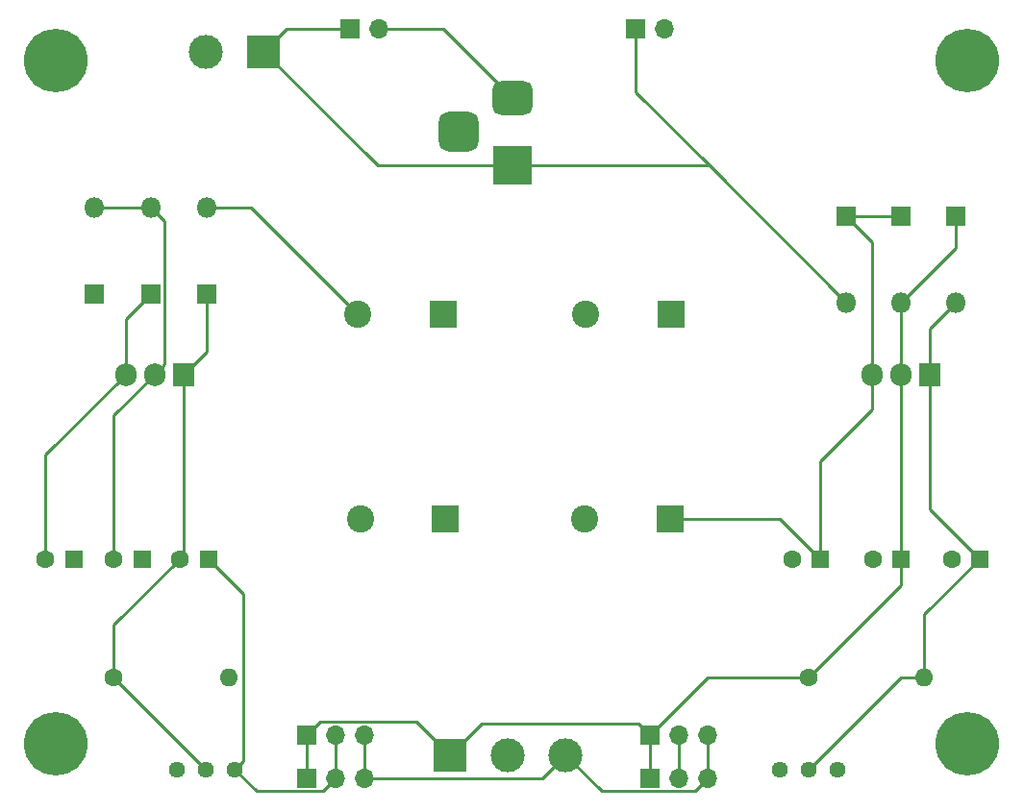
<source format=gbr>
%TF.GenerationSoftware,KiCad,Pcbnew,7.0.2*%
%TF.CreationDate,2024-01-07T18:37:44-06:00*%
%TF.ProjectId,power_supply,706f7765-725f-4737-9570-706c792e6b69,rev?*%
%TF.SameCoordinates,Original*%
%TF.FileFunction,Copper,L1,Top*%
%TF.FilePolarity,Positive*%
%FSLAX46Y46*%
G04 Gerber Fmt 4.6, Leading zero omitted, Abs format (unit mm)*
G04 Created by KiCad (PCBNEW 7.0.2) date 2024-01-07 18:37:44*
%MOMM*%
%LPD*%
G01*
G04 APERTURE LIST*
G04 Aperture macros list*
%AMRoundRect*
0 Rectangle with rounded corners*
0 $1 Rounding radius*
0 $2 $3 $4 $5 $6 $7 $8 $9 X,Y pos of 4 corners*
0 Add a 4 corners polygon primitive as box body*
4,1,4,$2,$3,$4,$5,$6,$7,$8,$9,$2,$3,0*
0 Add four circle primitives for the rounded corners*
1,1,$1+$1,$2,$3*
1,1,$1+$1,$4,$5*
1,1,$1+$1,$6,$7*
1,1,$1+$1,$8,$9*
0 Add four rect primitives between the rounded corners*
20,1,$1+$1,$2,$3,$4,$5,0*
20,1,$1+$1,$4,$5,$6,$7,0*
20,1,$1+$1,$6,$7,$8,$9,0*
20,1,$1+$1,$8,$9,$2,$3,0*%
G04 Aperture macros list end*
%TA.AperFunction,ComponentPad*%
%ADD10R,1.700000X1.700000*%
%TD*%
%TA.AperFunction,ComponentPad*%
%ADD11O,1.700000X1.700000*%
%TD*%
%TA.AperFunction,ComponentPad*%
%ADD12C,1.440000*%
%TD*%
%TA.AperFunction,ComponentPad*%
%ADD13R,1.905000X2.000000*%
%TD*%
%TA.AperFunction,ComponentPad*%
%ADD14O,1.905000X2.000000*%
%TD*%
%TA.AperFunction,ComponentPad*%
%ADD15O,1.600000X1.600000*%
%TD*%
%TA.AperFunction,ComponentPad*%
%ADD16C,1.600000*%
%TD*%
%TA.AperFunction,ComponentPad*%
%ADD17C,3.000000*%
%TD*%
%TA.AperFunction,ComponentPad*%
%ADD18R,3.000000X3.000000*%
%TD*%
%TA.AperFunction,ComponentPad*%
%ADD19RoundRect,0.875000X-0.875000X0.875000X-0.875000X-0.875000X0.875000X-0.875000X0.875000X0.875000X0*%
%TD*%
%TA.AperFunction,ComponentPad*%
%ADD20RoundRect,0.750000X-1.000000X0.750000X-1.000000X-0.750000X1.000000X-0.750000X1.000000X0.750000X0*%
%TD*%
%TA.AperFunction,ComponentPad*%
%ADD21R,3.500000X3.500000*%
%TD*%
%TA.AperFunction,ComponentPad*%
%ADD22C,5.600000*%
%TD*%
%TA.AperFunction,ComponentPad*%
%ADD23O,1.800000X1.800000*%
%TD*%
%TA.AperFunction,ComponentPad*%
%ADD24R,1.800000X1.800000*%
%TD*%
%TA.AperFunction,ComponentPad*%
%ADD25R,2.400000X2.400000*%
%TD*%
%TA.AperFunction,ComponentPad*%
%ADD26C,2.400000*%
%TD*%
%TA.AperFunction,ComponentPad*%
%ADD27R,1.600000X1.600000*%
%TD*%
%TA.AperFunction,Conductor*%
%ADD28C,0.250000*%
%TD*%
G04 APERTURE END LIST*
D10*
%TO.P,J8,1,Pin_1*%
%TO.N,POS_OUT*%
X118608784Y-127508000D03*
D11*
%TO.P,J8,2,Pin_2*%
%TO.N,GND*%
X121148784Y-127508000D03*
%TO.P,J8,3,Pin_3*%
%TO.N,NEG_OUT*%
X123688784Y-127508000D03*
%TD*%
D10*
%TO.P,J7,1,Pin_1*%
%TO.N,POS_OUT*%
X148834784Y-127508000D03*
D11*
%TO.P,J7,2,Pin_2*%
%TO.N,GND*%
X151374784Y-127508000D03*
%TO.P,J7,3,Pin_3*%
%TO.N,NEG_OUT*%
X153914784Y-127508000D03*
%TD*%
D12*
%TO.P,RV2,1,1*%
%TO.N,GND*%
X112258784Y-130556000D03*
%TO.P,RV2,2,2*%
%TO.N,Net-(D6-K)*%
X109718784Y-130556000D03*
%TO.P,RV2,3,3*%
%TO.N,unconnected-(RV2-Pad3)*%
X107178784Y-130556000D03*
%TD*%
%TO.P,RV1,1,1*%
%TO.N,unconnected-(RV1-Pad1)*%
X165344784Y-130556000D03*
%TO.P,RV1,2,2*%
%TO.N,Net-(D3-A)*%
X162804784Y-130556000D03*
%TO.P,RV1,3,3*%
%TO.N,GND*%
X160264784Y-130556000D03*
%TD*%
D13*
%TO.P,U2,1,ADJ*%
%TO.N,Net-(D6-K)*%
X107696000Y-95758000D03*
D14*
%TO.P,U2,2,VI*%
%TO.N,Net-(D4-A)*%
X105156000Y-95758000D03*
%TO.P,U2,3,VO*%
%TO.N,NEG_OUT*%
X102616000Y-95758000D03*
%TD*%
D13*
%TO.P,U1,1,ADJ*%
%TO.N,Net-(D3-A)*%
X173472784Y-95758000D03*
D14*
%TO.P,U1,2,VO*%
%TO.N,POS_OUT*%
X170932784Y-95758000D03*
%TO.P,U1,3,VI*%
%TO.N,Net-(D1-K)*%
X168392784Y-95758000D03*
%TD*%
D15*
%TO.P,R2,2*%
%TO.N,NEG_OUT*%
X111750784Y-122428000D03*
D16*
%TO.P,R2,1*%
%TO.N,Net-(D6-K)*%
X101590784Y-122428000D03*
%TD*%
%TO.P,R1,1*%
%TO.N,POS_OUT*%
X162804784Y-122428000D03*
D15*
%TO.P,R1,2*%
%TO.N,Net-(D3-A)*%
X172964784Y-122428000D03*
%TD*%
D11*
%TO.P,JP1,2,B*%
%TO.N,Net-(D4-K)*%
X150109000Y-65278000D03*
D10*
%TO.P,JP1,1,A*%
%TO.N,Net-(D1-A)*%
X147569000Y-65278000D03*
%TD*%
D17*
%TO.P,J6,3,Pin_3*%
%TO.N,NEG_OUT*%
X141326784Y-129286000D03*
%TO.P,J6,2,Pin_2*%
%TO.N,GND*%
X136246784Y-129286000D03*
D18*
%TO.P,J6,1,Pin_1*%
%TO.N,POS_OUT*%
X131166784Y-129286000D03*
%TD*%
D17*
%TO.P,J5,2,Pin_2*%
%TO.N,GND*%
X109718784Y-67310000D03*
D18*
%TO.P,J5,1,Pin_1*%
%TO.N,Net-(D1-A)*%
X114798784Y-67310000D03*
%TD*%
D11*
%TO.P,J4,3,Pin_3*%
%TO.N,NEG_OUT*%
X153914784Y-131318000D03*
%TO.P,J4,2,Pin_2*%
%TO.N,GND*%
X151374784Y-131318000D03*
D10*
%TO.P,J4,1,Pin_1*%
%TO.N,POS_OUT*%
X148834784Y-131318000D03*
%TD*%
D11*
%TO.P,J3,3,Pin_3*%
%TO.N,NEG_OUT*%
X123688784Y-131318000D03*
%TO.P,J3,2,Pin_2*%
%TO.N,GND*%
X121148784Y-131318000D03*
D10*
%TO.P,J3,1,Pin_1*%
%TO.N,POS_OUT*%
X118608784Y-131318000D03*
%TD*%
%TO.P,J2,1,Pin_1*%
%TO.N,Net-(D1-A)*%
X122423000Y-65278000D03*
D11*
%TO.P,J2,2,Pin_2*%
%TO.N,GND*%
X124963000Y-65278000D03*
%TD*%
D19*
%TO.P,J1,3*%
%TO.N,N/C*%
X131952000Y-74374000D03*
D20*
%TO.P,J1,2*%
%TO.N,GND*%
X136652000Y-71374000D03*
D21*
%TO.P,J1,1*%
%TO.N,Net-(D1-A)*%
X136652000Y-77374000D03*
%TD*%
D22*
%TO.P,H4,1*%
%TO.N,N/C*%
X96510784Y-128270000D03*
%TD*%
%TO.P,H3,1*%
%TO.N,N/C*%
X176774784Y-128270000D03*
%TD*%
%TO.P,H2,1*%
%TO.N,N/C*%
X176774784Y-68072000D03*
%TD*%
%TO.P,H1,1*%
%TO.N,N/C*%
X96510784Y-68072000D03*
%TD*%
D23*
%TO.P,D6,2,A*%
%TO.N,NEG_OUT*%
X109728000Y-81026000D03*
D24*
%TO.P,D6,1,K*%
%TO.N,Net-(D6-K)*%
X109728000Y-88646000D03*
%TD*%
D23*
%TO.P,D5,2,A*%
%TO.N,Net-(D4-A)*%
X104824784Y-81026000D03*
D24*
%TO.P,D5,1,K*%
%TO.N,NEG_OUT*%
X104824784Y-88646000D03*
%TD*%
D23*
%TO.P,D4,2,A*%
%TO.N,Net-(D4-A)*%
X99822000Y-81026000D03*
D24*
%TO.P,D4,1,K*%
%TO.N,Net-(D4-K)*%
X99822000Y-88646000D03*
%TD*%
D23*
%TO.P,D3,2,A*%
%TO.N,Net-(D3-A)*%
X175758784Y-89408000D03*
D24*
%TO.P,D3,1,K*%
%TO.N,POS_OUT*%
X175758784Y-81788000D03*
%TD*%
%TO.P,D2,1,K*%
%TO.N,Net-(D1-K)*%
X170932784Y-81788000D03*
D23*
%TO.P,D2,2,A*%
%TO.N,POS_OUT*%
X170932784Y-89408000D03*
%TD*%
%TO.P,D1,2,A*%
%TO.N,Net-(D1-A)*%
X166106784Y-89408000D03*
D24*
%TO.P,D1,1,K*%
%TO.N,Net-(D1-K)*%
X166106784Y-81788000D03*
%TD*%
D25*
%TO.P,C11,1*%
%TO.N,Net-(D1-K)*%
X150534564Y-108458000D03*
D26*
%TO.P,C11,2*%
%TO.N,GND*%
X143034564Y-108458000D03*
%TD*%
D25*
%TO.P,C9,1*%
%TO.N,GND*%
X130556000Y-90424000D03*
D26*
%TO.P,C9,2*%
%TO.N,NEG_OUT*%
X123056000Y-90424000D03*
%TD*%
D27*
%TO.P,C8,1*%
%TO.N,Net-(D1-K)*%
X163820784Y-112014000D03*
D16*
%TO.P,C8,2*%
%TO.N,GND*%
X161320784Y-112014000D03*
%TD*%
D27*
%TO.P,C7,1*%
%TO.N,Net-(D3-A)*%
X177855672Y-112014000D03*
D16*
%TO.P,C7,2*%
%TO.N,GND*%
X175355672Y-112014000D03*
%TD*%
D27*
%TO.P,C6,1*%
%TO.N,GND*%
X98044000Y-112014000D03*
D16*
%TO.P,C6,2*%
%TO.N,NEG_OUT*%
X95544000Y-112014000D03*
%TD*%
D27*
%TO.P,C5,1*%
%TO.N,GND*%
X109917113Y-112014000D03*
D16*
%TO.P,C5,2*%
%TO.N,Net-(D6-K)*%
X107417113Y-112014000D03*
%TD*%
D27*
%TO.P,C4,1*%
%TO.N,POS_OUT*%
X170932784Y-112014000D03*
D16*
%TO.P,C4,2*%
%TO.N,GND*%
X168432784Y-112014000D03*
%TD*%
D25*
%TO.P,C3,1*%
%TO.N,POS_OUT*%
X150622000Y-90424000D03*
D26*
%TO.P,C3,2*%
%TO.N,GND*%
X143122000Y-90424000D03*
%TD*%
D27*
%TO.P,C2,1*%
%TO.N,GND*%
X104075113Y-112014000D03*
D16*
%TO.P,C2,2*%
%TO.N,Net-(D4-A)*%
X101575113Y-112014000D03*
%TD*%
D25*
%TO.P,C1,1*%
%TO.N,GND*%
X130800784Y-108458000D03*
D26*
%TO.P,C1,2*%
%TO.N,Net-(D4-A)*%
X123300784Y-108458000D03*
%TD*%
D28*
%TO.N,Net-(D6-K)*%
X107696000Y-111735113D02*
X107417113Y-112014000D01*
X107696000Y-95758000D02*
X107696000Y-111735113D01*
X109728000Y-93726000D02*
X107696000Y-95758000D01*
X109728000Y-88646000D02*
X109728000Y-93726000D01*
%TO.N,Net-(D4-A)*%
X106049784Y-82251000D02*
X104824784Y-81026000D01*
X106049784Y-94864216D02*
X106049784Y-82251000D01*
X105156000Y-95758000D02*
X106049784Y-94864216D01*
X101575113Y-99338887D02*
X105156000Y-95758000D01*
X101575113Y-112014000D02*
X101575113Y-99338887D01*
%TO.N,NEG_OUT*%
X102616000Y-90854784D02*
X104824784Y-88646000D01*
X102616000Y-95758000D02*
X102616000Y-90854784D01*
X95544000Y-102830000D02*
X102616000Y-95758000D01*
X95544000Y-112014000D02*
X95544000Y-102830000D01*
%TO.N,Net-(D1-K)*%
X168392784Y-98877000D02*
X168392784Y-95758000D01*
X163820784Y-103449000D02*
X168392784Y-98877000D01*
X163820784Y-112014000D02*
X163820784Y-103449000D01*
X168392784Y-84074000D02*
X166106784Y-81788000D01*
X168392784Y-95758000D02*
X168392784Y-84074000D01*
%TO.N,POS_OUT*%
X170932784Y-112014000D02*
X170932784Y-95758000D01*
%TO.N,Net-(D3-A)*%
X173472784Y-107631112D02*
X177855672Y-112014000D01*
X173472784Y-95758000D02*
X173472784Y-107631112D01*
X173472784Y-95758000D02*
X173472784Y-91694000D01*
%TO.N,POS_OUT*%
X170932784Y-95758000D02*
X170932784Y-89408000D01*
%TO.N,Net-(D3-A)*%
X173472784Y-91694000D02*
X175758784Y-89408000D01*
%TO.N,GND*%
X130556000Y-65278000D02*
X136652000Y-71374000D01*
X124963000Y-65278000D02*
X130556000Y-65278000D01*
%TO.N,Net-(D1-A)*%
X116830784Y-65278000D02*
X114798784Y-67310000D01*
X122423000Y-65278000D02*
X116830784Y-65278000D01*
X147569000Y-65278000D02*
X147569000Y-70870216D01*
X147569000Y-70870216D02*
X154072784Y-77374000D01*
%TO.N,Net-(D4-A)*%
X104824784Y-81026000D02*
X99822000Y-81026000D01*
%TO.N,NEG_OUT*%
X109728000Y-81026000D02*
X113658000Y-81026000D01*
X113658000Y-81026000D02*
X123056000Y-90424000D01*
%TO.N,GND*%
X112978783Y-115075670D02*
X109917113Y-112014000D01*
X112978783Y-129836001D02*
X112978783Y-115075670D01*
X112258784Y-130556000D02*
X112978783Y-129836001D01*
%TO.N,Net-(D1-A)*%
X124862784Y-77374000D02*
X114798784Y-67310000D01*
X136652000Y-77374000D02*
X124862784Y-77374000D01*
%TO.N,GND*%
X114195784Y-132493000D02*
X112258784Y-130556000D01*
X121148784Y-131318000D02*
X119973784Y-132493000D01*
X119973784Y-132493000D02*
X114195784Y-132493000D01*
%TO.N,Net-(D6-K)*%
X109718784Y-130556000D02*
X101590784Y-122428000D01*
X101590784Y-117840329D02*
X107417113Y-112014000D01*
X101590784Y-122428000D02*
X101590784Y-117840329D01*
%TO.N,Net-(D1-K)*%
X163820784Y-112014000D02*
X160264784Y-108458000D01*
X160264784Y-108458000D02*
X150534564Y-108458000D01*
%TO.N,POS_OUT*%
X170932784Y-114300000D02*
X162804784Y-122428000D01*
X170932784Y-112014000D02*
X170932784Y-114300000D01*
%TO.N,Net-(D3-A)*%
X170932784Y-122428000D02*
X162804784Y-130556000D01*
X172964784Y-122428000D02*
X170932784Y-122428000D01*
%TO.N,POS_OUT*%
X153914784Y-122428000D02*
X148834784Y-127508000D01*
X162804784Y-122428000D02*
X153914784Y-122428000D01*
%TO.N,Net-(D3-A)*%
X172964784Y-116904888D02*
X177855672Y-112014000D01*
X172964784Y-122428000D02*
X172964784Y-116904888D01*
%TO.N,Net-(D1-A)*%
X154072784Y-77374000D02*
X136652000Y-77374000D01*
X166106784Y-89408000D02*
X154072784Y-77374000D01*
%TO.N,POS_OUT*%
X175758784Y-84582000D02*
X170932784Y-89408000D01*
X175758784Y-81788000D02*
X175758784Y-84582000D01*
%TO.N,Net-(D1-K)*%
X166106784Y-81788000D02*
X170932784Y-81788000D01*
%TO.N,NEG_OUT*%
X139294784Y-131318000D02*
X123688784Y-131318000D01*
X141326784Y-129286000D02*
X139294784Y-131318000D01*
X152739784Y-132493000D02*
X144533784Y-132493000D01*
X144533784Y-132493000D02*
X141326784Y-129286000D01*
X153914784Y-131318000D02*
X152739784Y-132493000D01*
%TO.N,POS_OUT*%
X133960784Y-126492000D02*
X147818784Y-126492000D01*
X147818784Y-126492000D02*
X148834784Y-127508000D01*
X131166784Y-129286000D02*
X133960784Y-126492000D01*
X128213784Y-126333000D02*
X131166784Y-129286000D01*
X119783784Y-126333000D02*
X128213784Y-126333000D01*
X118608784Y-127508000D02*
X119783784Y-126333000D01*
%TO.N,NEG_OUT*%
X123688784Y-127508000D02*
X123688784Y-131318000D01*
%TO.N,GND*%
X121148784Y-127508000D02*
X121148784Y-131318000D01*
%TO.N,POS_OUT*%
X118608784Y-127508000D02*
X118608784Y-131318000D01*
%TO.N,NEG_OUT*%
X153914784Y-127508000D02*
X153914784Y-131318000D01*
%TO.N,GND*%
X151374784Y-127508000D02*
X151374784Y-131318000D01*
%TO.N,POS_OUT*%
X148834784Y-127508000D02*
X148834784Y-131318000D01*
%TD*%
M02*

</source>
